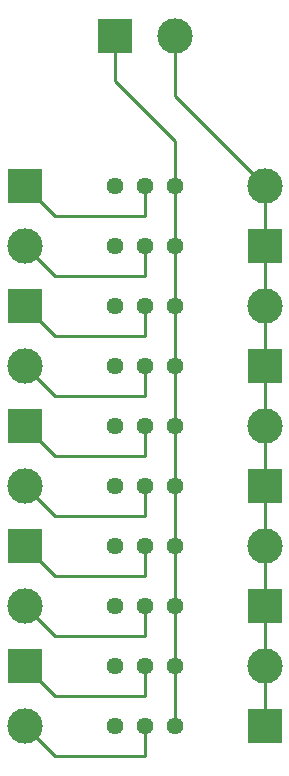
<source format=gbr>
G04 #@! TF.GenerationSoftware,KiCad,Pcbnew,5.0.2+dfsg1-1*
G04 #@! TF.CreationDate,2021-07-05T06:51:35+02:00*
G04 #@! TF.ProjectId,billjapacontrollerv2,62696c6c-6a61-4706-9163-6f6e74726f6c,rev?*
G04 #@! TF.SameCoordinates,Original*
G04 #@! TF.FileFunction,Copper,L2,Bot*
G04 #@! TF.FilePolarity,Positive*
%FSLAX46Y46*%
G04 Gerber Fmt 4.6, Leading zero omitted, Abs format (unit mm)*
G04 Created by KiCad (PCBNEW 5.0.2+dfsg1-1) date lun. 05 juil. 2021 06:51:35 CEST*
%MOMM*%
%LPD*%
G01*
G04 APERTURE LIST*
G04 #@! TA.AperFunction,ComponentPad*
%ADD10R,3.000000X3.000000*%
G04 #@! TD*
G04 #@! TA.AperFunction,ComponentPad*
%ADD11C,3.000000*%
G04 #@! TD*
G04 #@! TA.AperFunction,ComponentPad*
%ADD12C,1.440000*%
G04 #@! TD*
G04 #@! TA.AperFunction,Conductor*
%ADD13C,0.250000*%
G04 #@! TD*
G04 APERTURE END LIST*
D10*
G04 #@! TO.P,,1*
G04 #@! TO.N,N/C*
X53340000Y-68580000D03*
D11*
G04 #@! TO.P,,2*
X53340000Y-63500000D03*
G04 #@! TD*
D10*
G04 #@! TO.P,,1*
G04 #@! TO.N,N/C*
X40640000Y-20320000D03*
D11*
G04 #@! TO.P,,2*
X45720000Y-20320000D03*
G04 #@! TD*
D10*
G04 #@! TO.P,,1*
G04 #@! TO.N,N/C*
X53340000Y-78740000D03*
D11*
G04 #@! TO.P,,2*
X53340000Y-73660000D03*
G04 #@! TD*
D10*
G04 #@! TO.P,,1*
G04 #@! TO.N,N/C*
X53340000Y-58420000D03*
D11*
G04 #@! TO.P,,2*
X53340000Y-53340000D03*
G04 #@! TD*
D10*
G04 #@! TO.P,,1*
G04 #@! TO.N,N/C*
X53340000Y-48260000D03*
D11*
G04 #@! TO.P,,2*
X53340000Y-43180000D03*
G04 #@! TD*
D10*
G04 #@! TO.P,,1*
G04 #@! TO.N,N/C*
X33020000Y-73660000D03*
D11*
G04 #@! TO.P,,2*
X33020000Y-78740000D03*
G04 #@! TD*
D10*
G04 #@! TO.P,,1*
G04 #@! TO.N,N/C*
X33020000Y-63500000D03*
D11*
G04 #@! TO.P,,2*
X33020000Y-68580000D03*
G04 #@! TD*
D10*
G04 #@! TO.P,,1*
G04 #@! TO.N,N/C*
X33020000Y-53340000D03*
D11*
G04 #@! TO.P,,2*
X33020000Y-58420000D03*
G04 #@! TD*
D10*
G04 #@! TO.P,,1*
G04 #@! TO.N,N/C*
X33020000Y-43180000D03*
D11*
G04 #@! TO.P,,2*
X33020000Y-48260000D03*
G04 #@! TD*
D10*
G04 #@! TO.P,,1*
G04 #@! TO.N,N/C*
X53340000Y-38100000D03*
D11*
G04 #@! TO.P,,2*
X53340000Y-33020000D03*
G04 #@! TD*
D12*
G04 #@! TO.P,,1*
G04 #@! TO.N,N/C*
X45720000Y-78740000D03*
G04 #@! TO.P,,2*
X43180000Y-78740000D03*
G04 #@! TO.P,,3*
X40640000Y-78740000D03*
G04 #@! TD*
G04 #@! TO.P,,1*
G04 #@! TO.N,N/C*
X45720000Y-73660000D03*
G04 #@! TO.P,,2*
X43180000Y-73660000D03*
G04 #@! TO.P,,3*
X40640000Y-73660000D03*
G04 #@! TD*
G04 #@! TO.P,,1*
G04 #@! TO.N,N/C*
X45720000Y-68580000D03*
G04 #@! TO.P,,2*
X43180000Y-68580000D03*
G04 #@! TO.P,,3*
X40640000Y-68580000D03*
G04 #@! TD*
G04 #@! TO.P,,1*
G04 #@! TO.N,N/C*
X45720000Y-63500000D03*
G04 #@! TO.P,,2*
X43180000Y-63500000D03*
G04 #@! TO.P,,3*
X40640000Y-63500000D03*
G04 #@! TD*
G04 #@! TO.P,,1*
G04 #@! TO.N,N/C*
X45720000Y-58420000D03*
G04 #@! TO.P,,2*
X43180000Y-58420000D03*
G04 #@! TO.P,,3*
X40640000Y-58420000D03*
G04 #@! TD*
G04 #@! TO.P,,1*
G04 #@! TO.N,N/C*
X45720000Y-53340000D03*
G04 #@! TO.P,,2*
X43180000Y-53340000D03*
G04 #@! TO.P,,3*
X40640000Y-53340000D03*
G04 #@! TD*
G04 #@! TO.P,,1*
G04 #@! TO.N,N/C*
X45720000Y-48260000D03*
G04 #@! TO.P,,2*
X43180000Y-48260000D03*
G04 #@! TO.P,,3*
X40640000Y-48260000D03*
G04 #@! TD*
G04 #@! TO.P,,1*
G04 #@! TO.N,N/C*
X45720000Y-43180000D03*
G04 #@! TO.P,,2*
X43180000Y-43180000D03*
G04 #@! TO.P,,3*
X40640000Y-43180000D03*
G04 #@! TD*
G04 #@! TO.P,,1*
G04 #@! TO.N,N/C*
X45720000Y-38100000D03*
G04 #@! TO.P,,2*
X43180000Y-38100000D03*
G04 #@! TO.P,,3*
X40640000Y-38100000D03*
G04 #@! TD*
G04 #@! TO.P,,3*
G04 #@! TO.N,N/C*
X40640000Y-33020000D03*
G04 #@! TO.P,,2*
X43180000Y-33020000D03*
G04 #@! TO.P,,1*
X45720000Y-33020000D03*
G04 #@! TD*
D11*
G04 #@! TO.P,,2*
G04 #@! TO.N,N/C*
X33020000Y-38100000D03*
D10*
G04 #@! TO.P,,1*
X33020000Y-33020000D03*
G04 #@! TD*
D13*
G04 #@! TO.N,*
X53340000Y-33020000D02*
X53340000Y-78740000D01*
X40640000Y-20320000D02*
X40640000Y-22070000D01*
X45720000Y-33020000D02*
X45720000Y-78740000D01*
X43180000Y-33020000D02*
X43180000Y-35560000D01*
X43180000Y-35560000D02*
X35560000Y-35560000D01*
X35560000Y-35560000D02*
X33020000Y-33020000D01*
X43180000Y-38100000D02*
X43180000Y-40640000D01*
X43180000Y-40640000D02*
X35560000Y-40640000D01*
X35560000Y-40640000D02*
X33020000Y-38100000D01*
X43180000Y-43180000D02*
X43180000Y-45720000D01*
X43180000Y-45720000D02*
X35560000Y-45720000D01*
X35560000Y-45720000D02*
X33020000Y-43180000D01*
X43180000Y-48260000D02*
X43180000Y-50800000D01*
X43180000Y-50800000D02*
X35560000Y-50800000D01*
X35560000Y-50800000D02*
X33020000Y-48260000D01*
X43180000Y-53340000D02*
X43180000Y-55880000D01*
X43180000Y-55880000D02*
X35560000Y-55880000D01*
X35560000Y-55880000D02*
X33020000Y-53340000D01*
X43180000Y-58420000D02*
X43180000Y-60960000D01*
X43180000Y-60960000D02*
X35560000Y-60960000D01*
X35560000Y-60960000D02*
X33020000Y-58420000D01*
X43180000Y-63500000D02*
X43180000Y-66040000D01*
X43180000Y-66040000D02*
X35560000Y-66040000D01*
X35560000Y-66040000D02*
X33020000Y-63500000D01*
X43180000Y-68580000D02*
X43180000Y-71120000D01*
X43180000Y-71120000D02*
X35560000Y-71120000D01*
X35560000Y-71120000D02*
X33020000Y-68580000D01*
X43180000Y-73660000D02*
X43180000Y-76200000D01*
X43180000Y-76200000D02*
X35560000Y-76200000D01*
X35560000Y-76200000D02*
X33020000Y-73660000D01*
X43180000Y-78740000D02*
X43180000Y-81280000D01*
X43180000Y-81280000D02*
X35560000Y-81280000D01*
X35560000Y-81280000D02*
X33020000Y-78740000D01*
X45720000Y-33020000D02*
X45720000Y-29210000D01*
X45720000Y-29210000D02*
X40640000Y-24130000D01*
X40640000Y-24130000D02*
X40640000Y-20320000D01*
X45720000Y-20320000D02*
X45720000Y-24130000D01*
X45720000Y-25400000D02*
X53340000Y-33020000D01*
X45720000Y-24130000D02*
X45720000Y-25400000D01*
G04 #@! TD*
M02*

</source>
